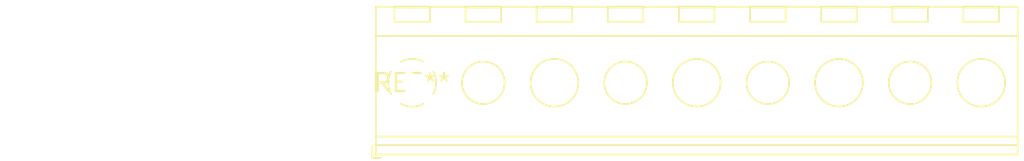
<source format=kicad_pcb>
(kicad_pcb (version 20240108) (generator pcbnew)
  (layers (0 "F.Cu" signal) (31 "B.Cu" signal) (34 "B.Paste" user) (35 "F.Paste" user) (36 "B.SilkS" user "B.Silkscreen") (37 "F.SilkS" user "F.Silkscreen") (38 "B.Mask" user) (39 "F.Mask" user) (44 "Edge.Cuts" user))
  (net 0 "")
  (footprint "TerminalBlock_RND_205-00081_1x05_P10.00mm_Horizontal" (layer "F.Cu") (at 0 0)
    (property "Reference" "REF**")
    (property "Value" "TerminalBlock_RND_205-00081_1x05_P10.00mm_Horizontal")
    (fp_line (start -2.8 4.46) (end -2.8 5.3) (layer "F.SilkS") (stroke (width 0.12)))
    (fp_line (start -2.8 5.3) (end -2.2 5.3) (layer "F.SilkS") (stroke (width 0.12)))
    (fp_line (start -2.56 -5.36) (end -2.56 5.06) (layer "F.SilkS") (stroke (width 0.12)))
    (fp_line (start -2.56 -5.36) (end 42.56 -5.36) (layer "F.SilkS") (stroke (width 0.12)))
    (fp_line (start -2.56 -3.301) (end 42.56 -3.301) (layer "F.SilkS") (stroke (width 0.12)))
    (fp_line (start -2.56 3.8) (end 42.56 3.8) (layer "F.SilkS") (stroke (width 0.12)))
    (fp_line (start -2.56 4.4) (end 42.56 4.4) (layer "F.SilkS") (stroke (width 0.12)))
    (fp_line (start -2.56 5.06) (end 42.56 5.06) (layer "F.SilkS") (stroke (width 0.12)))
    (fp_line (start -1.25 -5.301) (end -1.25 -4.301) (layer "F.SilkS") (stroke (width 0.12)))
    (fp_line (start -1.25 -5.301) (end 1.25 -5.301) (layer "F.SilkS") (stroke (width 0.12)))
    (fp_line (start -1.25 -4.301) (end 1.25 -4.301) (layer "F.SilkS") (stroke (width 0.12)))
    (fp_line (start 1.25 -5.301) (end 1.25 -4.301) (layer "F.SilkS") (stroke (width 0.12)))
    (fp_line (start 3.75 -5.301) (end 3.75 -4.301) (layer "F.SilkS") (stroke (width 0.12)))
    (fp_line (start 3.75 -5.301) (end 6.25 -5.301) (layer "F.SilkS") (stroke (width 0.12)))
    (fp_line (start 3.75 -4.301) (end 6.25 -4.301) (layer "F.SilkS") (stroke (width 0.12)))
    (fp_line (start 6.25 -5.301) (end 6.25 -4.301) (layer "F.SilkS") (stroke (width 0.12)))
    (fp_line (start 8.75 -5.301) (end 8.75 -4.301) (layer "F.SilkS") (stroke (width 0.12)))
    (fp_line (start 8.75 -5.301) (end 11.25 -5.301) (layer "F.SilkS") (stroke (width 0.12)))
    (fp_line (start 8.75 -4.301) (end 11.25 -4.301) (layer "F.SilkS") (stroke (width 0.12)))
    (fp_line (start 11.25 -5.301) (end 11.25 -4.301) (layer "F.SilkS") (stroke (width 0.12)))
    (fp_line (start 13.75 -5.301) (end 13.75 -4.301) (layer "F.SilkS") (stroke (width 0.12)))
    (fp_line (start 13.75 -5.301) (end 16.25 -5.301) (layer "F.SilkS") (stroke (width 0.12)))
    (fp_line (start 13.75 -4.301) (end 16.25 -4.301) (layer "F.SilkS") (stroke (width 0.12)))
    (fp_line (start 16.25 -5.301) (end 16.25 -4.301) (layer "F.SilkS") (stroke (width 0.12)))
    (fp_line (start 18.75 -5.301) (end 18.75 -4.301) (layer "F.SilkS") (stroke (width 0.12)))
    (fp_line (start 18.75 -5.301) (end 21.25 -5.301) (layer "F.SilkS") (stroke (width 0.12)))
    (fp_line (start 18.75 -4.301) (end 21.25 -4.301) (layer "F.SilkS") (stroke (width 0.12)))
    (fp_line (start 21.25 -5.301) (end 21.25 -4.301) (layer "F.SilkS") (stroke (width 0.12)))
    (fp_line (start 23.75 -5.301) (end 23.75 -4.301) (layer "F.SilkS") (stroke (width 0.12)))
    (fp_line (start 23.75 -5.301) (end 26.25 -5.301) (layer "F.SilkS") (stroke (width 0.12)))
    (fp_line (start 23.75 -4.301) (end 26.25 -4.301) (layer "F.SilkS") (stroke (width 0.12)))
    (fp_line (start 26.25 -5.301) (end 26.25 -4.301) (layer "F.SilkS") (stroke (width 0.12)))
    (fp_line (start 28.75 -5.301) (end 28.75 -4.301) (layer "F.SilkS") (stroke (width 0.12)))
    (fp_line (start 28.75 -5.301) (end 31.25 -5.301) (layer "F.SilkS") (stroke (width 0.12)))
    (fp_line (start 28.75 -4.301) (end 31.25 -4.301) (layer "F.SilkS") (stroke (width 0.12)))
    (fp_line (start 31.25 -5.301) (end 31.25 -4.301) (layer "F.SilkS") (stroke (width 0.12)))
    (fp_line (start 33.75 -5.301) (end 33.75 -4.301) (layer "F.SilkS") (stroke (width 0.12)))
    (fp_line (start 33.75 -5.301) (end 36.25 -5.301) (layer "F.SilkS") (stroke (width 0.12)))
    (fp_line (start 33.75 -4.301) (end 36.25 -4.301) (layer "F.SilkS") (stroke (width 0.12)))
    (fp_line (start 36.25 -5.301) (end 36.25 -4.301) (layer "F.SilkS") (stroke (width 0.12)))
    (fp_line (start 38.75 -5.301) (end 38.75 -4.301) (layer "F.SilkS") (stroke (width 0.12)))
    (fp_line (start 38.75 -5.301) (end 41.25 -5.301) (layer "F.SilkS") (stroke (width 0.12)))
    (fp_line (start 38.75 -4.301) (end 41.25 -4.301) (layer "F.SilkS") (stroke (width 0.12)))
    (fp_line (start 41.25 -5.301) (end 41.25 -4.301) (layer "F.SilkS") (stroke (width 0.12)))
    (fp_line (start 42.56 -5.36) (end 42.56 5.06) (layer "F.SilkS") (stroke (width 0.12)))
    (fp_arc (start -1.483953 0.789089) (mid -1.680708 5e-05) (end -1.484 -0.789) (layer "F.SilkS") (stroke (width 0.12)))
    (fp_arc (start -0.789089 -1.483953) (mid -5e-05 -1.680708) (end 0.789 -1.484) (layer "F.SilkS") (stroke (width 0.12)))
    (fp_arc (start 0.029383 1.68045) (mid -0.392304 1.634281) (end -0.789 1.484) (layer "F.SilkS") (stroke (width 0.12)))
    (fp_arc (start 0.788712 1.483352) (mid 0.406429 1.630097) (end 0 1.68) (layer "F.SilkS") (stroke (width 0.12)))
    (fp_arc (start 1.483953 -0.789089) (mid 1.680708 -5e-05) (end 1.484 0.789) (layer "F.SilkS") (stroke (width 0.12)))
    (fp_circle (center 5 0) (end 6.5 0) (layer "F.SilkS") (stroke (width 0.12)) (fill none))
    (fp_circle (center 10 0) (end 11.68 0) (layer "F.SilkS") (stroke (width 0.12)) (fill none))
    (fp_circle (center 15 0) (end 16.5 0) (layer "F.SilkS") (stroke (width 0.12)) (fill none))
    (fp_circle (center 20 0) (end 21.68 0) (layer "F.SilkS") (stroke (width 0.12)) (fill none))
    (fp_circle (center 25 0) (end 26.5 0) (layer "F.SilkS") (stroke (width 0.12)) (fill none))
    (fp_circle (center 30 0) (end 31.68 0) (layer "F.SilkS") (stroke (width 0.12)) (fill none))
    (fp_circle (center 35 0) (end 36.5 0) (layer "F.SilkS") (stroke (width 0.12)) (fill none))
    (fp_circle (center 40 0) (end 41.68 0) (layer "F.SilkS") (stroke (width 0.12)) (fill none))
    (pad "1" thru_hole rect (at 0 0) (size 2.5 2.5) (drill 1.3) (layers *.Cu *.Mask) (remove_unused_layers))
    (pad "2" thru_hole circle (at 10 0) (size 2.5 2.5) (drill 1.3) (layers *.Cu *.Mask) (remove_unused_layers))
    (pad "3" thru_hole circle (at 20 0) (size 2.5 2.5) (drill 1.3) (layers *.Cu *.Mask) (remove_unused_layers))
    (pad "4" thru_hole circle (at 30 0) (size 2.5 2.5) (drill 1.3) (layers *.Cu *.Mask) (remove_unused_layers))
    (pad "5" thru_hole circle (at 40 0) (size 2.5 2.5) (drill 1.3) (layers *.Cu *.Mask) (remove_unused_layers))
  )
)
</source>
